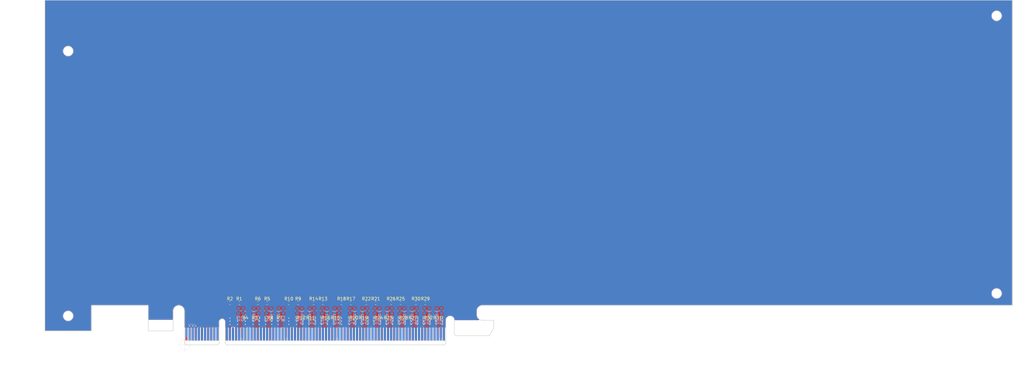
<source format=kicad_pcb>
(kicad_pcb (version 20241229) (generator "pcbnew") (generator_version "9.0")
  (title_block (title "PCIexpress_x16_full") (company "Author: Luca Anastasio"))
  (layers (0 "F.Cu" power) (4 "In1.Cu" power) (6 "In2.Cu" power) (2 "B.Cu" power) (13 "F.Paste" user) (15 "B.Paste" user) (5 "F.SilkS" user "F.Silkscreen") (7 "B.SilkS" user "B.Silkscreen") (1 "F.Mask" user) (3 "B.Mask" user) (25 "Edge.Cuts" user))
  (net 0 "")
  (net 1 "GND")
  (net 2 "Net-(J2-PadA50)")
  (net 3 "Net-(J2-PadB82)")
  (net 4 "Net-(J2-PadA33)")
  (net 5 "Net-(J2-PadA32)")
  (net 6 "Net-(J2-PadA19)")
  (net 7 "+12V")
  (net 8 "+3V3")
  (net 9 "+3.3VA")
  (net 10 "Net-(J2-PadB12)")
  (net 11 "Net-(J2-PadB30)")
  (net 12 "/PER0_P")
  (net 13 "/PER0_N")
  (net 14 "/PER1_P")
  (net 15 "/PER1_N")
  (net 16 "/PER2_P")
  (net 17 "/PER2_N")
  (net 18 "/PER3_P")
  (net 19 "/PER3_N")
  (net 20 "/PER4_P")
  (net 21 "/PER4_N")
  (net 22 "/PER5_P")
  (net 23 "/PER5_N")
  (net 24 "/PER6_P")
  (net 25 "/PER6_N")
  (net 26 "/PER7_P")
  (net 27 "/PER7_N")
  (net 28 "/PER8_P")
  (net 29 "/PER8_N")
  (net 30 "/PER9_P")
  (net 31 "/PER9_N")
  (net 32 "/PER10_P")
  (net 33 "/PER10_N")
  (net 34 "/PER11_P")
  (net 35 "/PER11_N")
  (net 36 "/PER12_P")
  (net 37 "/PER12_N")
  (net 38 "/PER13_P")
  (net 39 "/PER13_N")
  (net 40 "/PER14_P")
  (net 41 "/PER14_N")
  (net 42 "/PER15_P")
  (net 43 "/PER15_N")
  (net 44 "/~{PRSNT2x16}")
  (net 45 "/PET15_N")
  (net 46 "/PET15_P")
  (net 47 "/PET14_N")
  (net 48 "/PET14_P")
  (net 49 "/PET13_N")
  (net 50 "/PET13_P")
  (net 51 "/PET12_N")
  (net 52 "/PET12_P")
  (net 53 "/PET11_N")
  (net 54 "/PET11_P")
  (net 55 "/PET10_N")
  (net 56 "/PET10_P")
  (net 57 "/PET9_N")
  (net 58 "/PET9_P")
  (net 59 "/PET8_N")
  (net 60 "/PET8_P")
  (net 61 "/~{PRSNT2x8}")
  (net 62 "/PET7_N")
  (net 63 "/PET7_P")
  (net 64 "/PET6_N")
  (net 65 "/PET6_P")
  (net 66 "/PET5_N")
  (net 67 "/PET5_P")
  (net 68 "/PET4_N")
  (net 69 "/PET4_P")
  (net 70 "/~{PRSNT2x4}")
  (net 71 "/PET3_N")
  (net 72 "/PET3_P")
  (net 73 "/PET2_N")
  (net 74 "/PET2_P")
  (net 75 "/PET1_N")
  (net 76 "/PET1_P")
  (net 77 "/SMCLK")
  (net 78 "/SMDAT")
  (net 79 "/~{TRST}")
  (net 80 "/~{WAKE}")
  (net 81 "/PET0_P")
  (net 82 "/PET0_N")
  (net 83 "/~{PRSNT2x1}")
  (net 84 "/~{PRSNT1}")
  (net 85 "/TCK")
  (net 86 "/TDI")
  (net 87 "/TDO")
  (net 88 "/TMS")
  (net 89 "/~{PERST}")
  (net 90 "/REFCLK-")
  (net 91 "/REFCLK+")
  (net 92 "/PCIexpress_connector/_PER0_P")
  (net 93 "/PCIexpress_connector/_PER0_N")
  (net 94 "/PCIexpress_connector/_PER1_P")
  (net 95 "/PCIexpress_connector/_PER1_N")
  (net 96 "/PCIexpress_connector/_PER2_P")
  (net 97 "/PCIexpress_connector/_PER2_N")
  (net 98 "/PCIexpress_connector/_PER3_P")
  (net 99 "/PCIexpress_connector/_PER3_N")
  (net 100 "/PCIexpress_connector/_PER4_P")
  (net 101 "/PCIexpress_connector/_PER4_N")
  (net 102 "/PCIexpress_connector/_PER5_P")
  (net 103 "/PCIexpress_connector/_PER5_N")
  (net 104 "/PCIexpress_connector/_PER6_P")
  (net 105 "/PCIexpress_connector/_PER6_N")
  (net 106 "/PCIexpress_connector/_PER7_P")
  (net 107 "/PCIexpress_connector/_PER7_N")
  (net 108 "/PCIexpress_connector/_PER8_P")
  (net 109 "/PCIexpress_connector/_PER8_N")
  (net 110 "/PCIexpress_connector/_PER9_P")
  (net 111 "/PCIexpress_connector/_PER9_N")
  (net 112 "/PCIexpress_connector/_PER10_P")
  (net 113 "/PCIexpress_connector/_PER10_N")
  (net 114 "/PCIexpress_connector/_PER11_P")
  (net 115 "/PCIexpress_connector/_PER11_N")
  (net 116 "/PCIexpress_connector/_PER12_P")
  (net 117 "/PCIexpress_connector/_PER12_N")
  (net 118 "/PCIexpress_connector/_PER13_P")
  (net 119 "/PCIexpress_connector/_PER13_N")
  (net 120 "/PCIexpress_connector/_PER14_P")
  (net 121 "/PCIexpress_connector/_PER14_N")
  (net 122 "/PCIexpress_connector/_PER15_P")
  (net 123 "/PCIexpress_connector/_PER15_N")
  (footprint "PCIexpress:PCIexpress_bracket_full" (layer "F.Cu") (at 109.625 194.125)
    (property "Reference" "J1" (hide yes))
    (property "Value" "PCIexpress_bracket")
  )
  (footprint "PCIexpress:PCIexpress_x16" (layer "F.Cu") (at 109.625 194.125)
    (property "Reference" "J2" (hide yes))
    (property "Value" "PCIexpress_x16")
  )
  (footprint "Resistor_SMD:R_0603_1608Metric" (layer "F.Cu") (at 127.125 180.625)
    (property "Reference" "R1")
    (property "Value" "49.9")
  )
  (footprint "Resistor_SMD:R_0603_1608Metric" (layer "F.Cu") (at 124.125 180.625 180)
    (property "Reference" "R2")
    (property "Value" "49.9")
  )
  (footprint "Resistor_SMD:R_0603_1608Metric" (layer "F.Cu") (at 136.125 180.625)
    (property "Reference" "R5")
    (property "Value" "49.9")
  )
  (footprint "Resistor_SMD:R_0603_1608Metric" (layer "F.Cu") (at 133.125 180.625 180)
    (property "Reference" "R6")
    (property "Value" "49.9")
  )
  (footprint "Resistor_SMD:R_0603_1608Metric" (layer "F.Cu") (at 140.125 183.875)
    (property "Reference" "R7")
    (property "Value" "49.9")
  )
  (footprint "Resistor_SMD:R_0603_1608Metric" (layer "F.Cu") (at 137.125 183.875 180)
    (property "Reference" "R8")
    (property "Value" "49.9")
  )
  (footprint "Resistor_SMD:R_0603_1608Metric" (layer "F.Cu") (at 146.125 180.625)
    (property "Reference" "R9")
    (property "Value" "49.9")
  )
  (footprint "Resistor_SMD:R_0603_1608Metric" (layer "F.Cu") (at 143.125 180.625 180)
    (property "Reference" "R10")
    (property "Value" "49.9")
  )
  (footprint "Resistor_SMD:R_0603_1608Metric" (layer "F.Cu") (at 150.125 183.875)
    (property "Reference" "R11")
    (property "Value" "49.9")
  )
  (footprint "Resistor_SMD:R_0603_1608Metric" (layer "F.Cu") (at 147.125 183.875 180)
    (property "Reference" "R12")
    (property "Value" "49.9")
  )
  (footprint "Resistor_SMD:R_0603_1608Metric" (layer "F.Cu") (at 154.125 180.625)
    (property "Reference" "R13")
    (property "Value" "49.9")
  )
  (footprint "Resistor_SMD:R_0603_1608Metric" (layer "F.Cu") (at 151.125 180.625 180)
    (property "Reference" "R14")
    (property "Value" "49.9")
  )
  (footprint "Resistor_SMD:R_0603_1608Metric" (layer "F.Cu") (at 158.125 183.875)
    (property "Reference" "R15")
    (property "Value" "49.9")
  )
  (footprint "Resistor_SMD:R_0603_1608Metric" (layer "F.Cu") (at 155.125 183.875 180)
    (property "Reference" "R16")
    (property "Value" "49.9")
  )
  (footprint "Resistor_SMD:R_0603_1608Metric" (layer "F.Cu") (at 163.125 180.625)
    (property "Reference" "R17")
    (property "Value" "49.9")
  )
  (footprint "Resistor_SMD:R_0603_1608Metric" (layer "F.Cu") (at 167.125 183.875)
    (property "Reference" "R19")
    (property "Value" "49.9")
  )
  (footprint "Resistor_SMD:R_0603_1608Metric" (layer "F.Cu") (at 164.125 183.875 180)
    (property "Reference" "R20")
    (property "Value" "49.9")
  )
  (footprint "Resistor_SMD:R_0603_1608Metric" (layer "F.Cu") (at 171.125 180.625)
    (property "Reference" "R21")
    (property "Value" "49.9")
  )
  (footprint "Resistor_SMD:R_0603_1608Metric" (layer "F.Cu") (at 168.125 180.625 180)
    (property "Reference" "R22")
    (property "Value" "49.9")
  )
  (footprint "Resistor_SMD:R_0603_1608Metric" (layer "F.Cu") (at 175.125 183.875)
    (property "Reference" "R23")
    (property "Value" "49.9")
  )
  (footprint "Resistor_SMD:R_0603_1608Metric" (layer "F.Cu") (at 172.125 183.875 180)
    (property "Reference" "R24")
    (property "Value" "49.9")
  )
  (footprint "Resistor_SMD:R_0603_1608Metric" (layer "F.Cu") (at 179.135 180.625)
    (property "Reference" "R25")
    (property "Value" "49.9")
  )
  (footprint "Resistor_SMD:R_0603_1608Metric" (layer "F.Cu") (at 176.125 180.625 180)
    (property "Reference" "R26")
    (property "Value" "49.9")
  )
  (footprint "Resistor_SMD:R_0603_1608Metric" (layer "F.Cu") (at 183.125 183.875)
    (property "Reference" "R27")
    (property "Value" "49.9")
  )
  (footprint "Resistor_SMD:R_0603_1608Metric" (layer "F.Cu") (at 180.125 183.875 180)
    (property "Reference" "R28")
    (property "Value" "49.9")
  )
  (footprint "Resistor_SMD:R_0603_1608Metric" (layer "F.Cu") (at 187.125 180.625)
    (property "Reference" "R29")
    (property "Value" "49.9")
  )
  (footprint "Resistor_SMD:R_0603_1608Metric" (layer "F.Cu") (at 184.125 180.625 180)
    (property "Reference" "R30")
    (property "Value" "49.9")
  )
  (footprint "Resistor_SMD:R_0603_1608Metric" (layer "F.Cu") (at 191.125 183.875)
    (property "Reference" "R31")
    (property "Value" "49.9")
  )
  (footprint "Resistor_SMD:R_0603_1608Metric" (layer "F.Cu") (at 188.125 183.875 180)
    (property "Reference" "R32")
    (property "Value" "49.9")
  )
  (footprint "Resistor_SMD:R_0603_1608Metric" (layer "F.Cu") (at 160.125 180.625 180)
    (property "Reference" "R18")
    (property "Value" "49.9")
  )
  (footprint "Resistor_SMD:R_0603_1608Metric" (layer "F.Cu") (at 129.125 183.875 180)
    (property "Reference" "R4")
    (property "Value" "49.9")
  )
  (footprint "Resistor_SMD:R_0603_1608Metric" (layer "F.Cu") (at 132.125 183.875)
    (property "Reference" "R3")
    (property "Value" "49.9")
  )
  (footprint "Capacitor_SMD:C_0603_1608Metric" (layer "B.Cu") (at 126.875 183.125 -90)
    (property "Reference" "C1")
    (property "Value" "100n")
  )
  (footprint "Capacitor_SMD:C_0603_1608Metric" (layer "B.Cu") (at 128.375 183.125 90)
    (property "Reference" "C2")
    (property "Value" "100n")
  )
  (footprint "Capacitor_SMD:C_0603_1608Metric" (layer "B.Cu") (at 131.875 183.125 -90)
    (property "Reference" "C3")
    (property "Value" "100n")
  )
  (footprint "Capacitor_SMD:C_0603_1608Metric" (layer "B.Cu") (at 133.375 183.125 90)
    (property "Reference" "C4")
    (property "Value" "100n")
  )
  (footprint "Capacitor_SMD:C_0603_1608Metric" (layer "B.Cu") (at 135.875 183.125 -90)
    (property "Reference" "C5")
    (property "Value" "100n")
  )
  (footprint "Capacitor_SMD:C_0603_1608Metric" (layer "B.Cu") (at 137.375 183.125 90)
    (property "Reference" "C6")
    (property "Value" "100n")
  )
  (footprint "Capacitor_SMD:C_0603_1608Metric" (layer "B.Cu") (at 139.875 183.125 -90)
    (property "Reference" "C7")
    (property "Value" "100n")
  )
  (footprint "Capacitor_SMD:C_0603_1608Metric" (layer "B.Cu") (at 141.375 183.125 90)
    (property "Reference" "C8")
    (property "Value" "100n")
  )
  (footprint "Capacitor_SMD:C_0603_1608Metric" (layer "B.Cu") (at 145.875 183.125 -90)
    (property "Reference" "C9")
    (property "Value" "100n")
  )
  (footprint "Capacitor_SMD:C_0603_1608Metric" (layer "B.Cu") (at 147.375 183.125 90)
    (property "Reference" "C10")
    (property "Value" "100n")
  )
  (footprint "Capacitor_SMD:C_0603_1608Metric" (layer "B.Cu") (at 149.875 183.125 -90)
    (property "Reference" "C11")
    (property "Value" "100n")
  )
  (footprint "Capacitor_SMD:C_0603_1608Metric" (layer "B.Cu") (at 151.375 183.125 90)
    (property "Reference" "C12")
    (property "Value" "100n")
  )
  (footprint "Capacitor_SMD:C_0603_1608Metric" (layer "B.Cu") (at 155.375 183.125 90)
    (property "Reference" "C14")
    (property "Value" "100n")
  )
  (footprint "Capacitor_SMD:C_0603_1608Metric" (layer "B.Cu") (at 157.875 183.125 -90)
    (property "Reference" "C15")
    (property "Value" "100n")
  )
  (footprint "Capacitor_SMD:C_0603_1608Metric" (layer "B.Cu") (at 159.375 183.125 90)
    (property "Reference" "C16")
    (property "Value" "100n")
  )
  (footprint "Capacitor_SMD:C_0603_1608Metric" (layer "B.Cu") (at 162.875 183.125 -90)
    (property "Reference" "C17")
    (property "Value" "100n")
  )
  (footprint "Capacitor_SMD:C_0603_1608Metric" (layer "B.Cu") (at 164.375 183.125 90)
    (property "Reference" "C18")
    (property "Value" "100n")
  )
  (footprint "Capacitor_SMD:C_0603_1608Metric" (layer "B.Cu") (at 166.875 183.125 -90)
    (property "Reference" "C19")
    (property "Value" "100n")
  )
  (footprint "Capacitor_SMD:C_0603_1608Metric" (layer "B.Cu") (at 168.375 183.125 90)
    (property "Reference" "C20")
    (property "Value" "100n")
  )
  (footprint "Capacitor_SMD:C_0603_1608Metric" (layer "B.Cu") (at 170.875 183.125 -90)
    (property "Reference" "C21")
    (property "Value" "100n")
  )
  (footprint "Capacitor_SMD:C_0603_1608Metric" (layer "B.Cu") (at 172.375 183.125 90)
    (property "Reference" "C22")
    (property "Value" "100n")
  )
  (footprint "Capacitor_SMD:C_0603_1608Metric" (layer "B.Cu") (at 174.875 183.125 -90)
    (property "Reference" "C23")
    (property "Value" "100n")
  )
  (footprint "Capacitor_SMD:C_0603_1608Metric" (layer "B.Cu") (at 176.375 183.125 90)
    (property "Reference" "C24")
    (property "Value" "100n")
  )
  (footprint "Capacitor_SMD:C_0603_1608Metric" (layer "B.Cu") (at 178.875 183.125 -90)
    (property "Reference" "C25")
    (property "Value" "100n")
  )
  (footprint "Capacitor_SMD:C_0603_1608Metric" (layer "B.Cu") (at 180.375 183.125 90)
    (property "Reference" "C26")
    (property "Value" "100n")
  )
  (footprint "Capacitor_SMD:C_0603_1608Metric" (layer "B.Cu") (at 182.875 183.125 -90)
    (property "Reference" "C27")
    (property "Value" "100n")
  )
  (footprint "Capacitor_SMD:C_0603_1608Metric" (layer "B.Cu") (at 184.375 183.125 90)
    (property "Reference" "C28")
    (property "Value" "100n")
  )
  (footprint "Capacitor_SMD:C_0603_1608Metric" (layer "B.Cu") (at 186.875 183.125 -90)
    (property "Reference" "C29")
    (property "Value" "100n")
  )
  (footprint "Capacitor_SMD:C_0603_1608Metric" (layer "B.Cu") (at 188.375 183.125 90)
    (property "Reference" "C30")
    (property "Value" "100n")
  )
  (footprint "Capacitor_SMD:C_0603_1608Metric" (layer "B.Cu") (at 190.875 183.125 -90)
    (property "Reference" "C31")
    (property "Value" "100n")
  )
  (footprint "Capacitor_SMD:C_0603_1608Metric" (layer "B.Cu") (at 192.375 183.125 90)
    (property "Reference" "C32")
    (property "Value" "100n")
  )
  (footprint "Capacitor_SMD:C_0603_1608Metric" (layer "B.Cu") (at 153.875 183.125 -90)
    (property "Reference" "C13")
    (property "Value" "100n")
  )
  (gr_line (start 197.025 191.175) (end 207.825 191.175) (stroke (width 0.15)) (layer "Edge.Cuts"))
  (gr_arc (start 193.775 186.175) (mid 195.15 184.8) (end 196.525 186.175) (stroke (width 0.15)) (layer "Edge.Cuts"))
  (gr_line (start 376.4777 181.375) (end 376.475 82.975) (stroke (width 0.15)) (layer "Edge.Cuts"))
  (gr_arc (start 205.525 186.175) (mid 204.287563 185.662437) (end 203.775 184.425) (stroke (width 0.15)) (layer "Edge.Cuts"))
  (gr_line (start 193.775 193.625) (end 193.775 186.175) (stroke (width 0.15)) (layer "Edge.Cuts"))
  (gr_line (start 203.775 184.425) (end 203.775 183.125) (stroke (width 0.15)) (layer "Edge.Cuts"))
  (gr_line (start 376.475 82.975) (end 64.475 82.975) (stroke (width 0.15)) (layer "Edge.Cuts"))
  (gr_line (start 209.225 186.175) (end 205.525 186.175) (stroke (width 0.15)) (layer "Edge.Cuts"))
  (gr_circle (center 371.395 87.995) (end 372.995 87.995) (stroke (width 0.15)) (fill no) (layer "Edge.Cuts"))
  (gr_line (start 109.475 183.2) (end 109.475 193.625) (stroke (width 0.15)) (layer "Edge.Cuts"))
  (gr_arc (start 203.775 183.125) (mid 204.287563 181.887563) (end 205.525 181.375) (stroke (width 0.15)) (layer "Edge.Cuts"))
  (gr_line (start 120.175 194.125) (end 120.675 193.625) (stroke (width 0.15)) (layer "Edge.Cuts"))
  (gr_line (start 120.675 193.625) (end 120.675 186.675) (stroke (width 0.15)) (layer "Edge.Cuts"))
  (gr_line (start 196.525 186.175) (end 196.525 190.675) (stroke (width 0.15)) (layer "Edge.Cuts"))
  (gr_line (start 122.575 193.625) (end 123.075 194.125) (stroke (width 0.15)) (layer "Edge.Cuts"))
  (gr_line (start 97.825 181.375) (end 97.825 189.625) (stroke (width 0.15)) (layer "Edge.Cuts"))
  (gr_circle (center 71.975 99.375) (end 73.575 99.375) (stroke (width 0.15)) (fill no) (layer "Edge.Cuts"))
  (gr_line (start 209.225 188.625) (end 209.225 186.175) (stroke (width 0.15)) (layer "Edge.Cuts"))
  (gr_line (start 123.075 194.125) (end 193.275 194.125) (stroke (width 0.15)) (layer "Edge.Cuts"))
  (gr_line (start 122.575 186.675) (end 122.575 193.625) (stroke (width 0.15)) (layer "Edge.Cuts"))
  (gr_line (start 64.475 82.975) (end 64.475 189.625) (stroke (width 0.15)) (layer "Edge.Cuts"))
  (gr_line (start 205.525 181.375) (end 376.4777 181.375) (stroke (width 0.15)) (layer "Edge.Cuts"))
  (gr_line (start 105.825 189.625) (end 105.825 183.2) (stroke (width 0.15)) (layer "Edge.Cuts"))
  (gr_line (start 196.525 190.675) (end 197.025 191.175) (stroke (width 0.15)) (layer "Edge.Cuts"))
  (gr_line (start 193.275 194.125) (end 193.775 193.625) (stroke (width 0.15)) (layer "Edge.Cuts"))
  (gr_line (start 79.475 181.375) (end 97.825 181.375) (stroke (width 0.15)) (layer "Edge.Cuts"))
  (gr_line (start 79.475 189.625) (end 79.475 181.375) (stroke (width 0.15)) (layer "Edge.Cuts"))
  (gr_line (start 64.475 189.625) (end 79.475 189.625) (stroke (width 0.15)) (layer "Edge.Cuts"))
  (gr_line (start 109.975 194.125) (end 120.175 194.125) (stroke (width 0.15)) (layer "Edge.Cuts"))
  (gr_arc (start 120.675 186.675) (mid 121.625 185.725) (end 122.575 186.675) (stroke (width 0.15)) (layer "Edge.Cuts"))
  (gr_line (start 109.475 193.625) (end 109.975 194.125) (stroke (width 0.15)) (layer "Edge.Cuts"))
  (gr_line (start 97.825 189.625) (end 105.825 189.625) (stroke (width 0.15)) (layer "Edge.Cuts"))
  (gr_line (start 207.825 191.175) (end 209.225 188.625) (stroke (width 0.15)) (layer "Edge.Cuts"))
  (gr_circle (center 371.395 177.525) (end 372.995 177.525) (stroke (width 0.15)) (fill no) (layer "Edge.Cuts"))
  (gr_circle (center 71.975 184.775) (end 73.575 184.775) (stroke (width 0.15)) (fill no) (layer "Edge.Cuts"))
  (gr_arc (start 105.825 183.2) (mid 107.65 181.375) (end 109.475 183.2) (stroke (width 0.15)) (layer "Edge.Cuts"))
  (target plus (at 109.625 194.125) (size 5) (width 0.05) (layer "Edge.Cuts"))
  (segment (start 113.125 188.125) (end 113.125 188.125) (width 0.7) (layer "F.Cu") (net 1))
  (segment (start 113.125 190.625) (end 113.125 188) (width 0.7) (layer "F.Cu") (net 1))
  (via (at 186.625 185.5) (size 0.55) (drill 0.3) (layers "F.Cu" "B.Cu") (net 1))
  (via (at 188.625 185.5) (size 0.55) (drill 0.3) (layers "F.Cu" "B.Cu") (net 1))
  (via (at 166.625 185.5) (size 0.55) (drill 0.3) (layers "F.Cu" "B.Cu") (net 1))
  (via (at 124.125 185.5) (size 0.55) (drill 0.3) (layers "F.Cu" "B.Cu") (net 1))
  (via (at 143.125 185.5) (size 0.55) (drill 0.3) (layers "F.Cu" "B.Cu") (net 1))
  (via (at 162.625 185.5) (size 0.55) (drill 0.3) (layers "F.Cu" "B.Cu") (net 1))
  (via (at 157.625 185.5) (size 0.55) (drill 0.3) (layers "F.Cu" "B.Cu") (net 1))
  (via (at 135.625 185.5) (size 0.55) (drill 0.3) (layers "F.Cu" "B.Cu") (net 1))
  (via (at 139.625 185.5) (size 0.55) (drill 0.3) (layers "F.Cu" "B.Cu") (net 1))
  (via (at 178.625 185.5) (size 0.55) (drill 0.3) (layers "F.Cu" "B.Cu") (net 1))
  (via (at 133.625 185.5) (size 0.55) (drill 0.3) (layers "F.Cu" "B.Cu") (net 1))
  (via (at 129.125 185.5) (size 0.55) (drill 0.3) (layers "F.Cu" "B.Cu") (net 1))
  (via (at 155.625 185.5) (size 0.55) (drill 0.3) (layers "F.Cu" "B.Cu") (net 1))
  (via (at 149.625 185.5) (size 0.55) (drill 0.3) (layers "F.Cu" "B.Cu") (net 1))
  (via (at 147.625 185.5) (size 0.55) (drill 0.3) (layers "F.Cu" "B.Cu") (net 1))
  (via (at 180.625 185.5) (size 0.55) (drill 0.3) (layers "F.Cu" "B.Cu") (net 1))
  (via (at 164.625 185.5) (size 0.55) (drill 0.3) (layers "F.Cu" "B.Cu") (net 1))
  (via (at 145.625 185.5) (size 0.55) (drill 0.3) (layers "F.Cu" "B.Cu") (net 1))
  (via (at 184.625 185.5) (size 0.55) (drill 0.3) (layers "F.Cu" "B.Cu") (net 1))
  (via (at 182.625 185.5) (size 0.55) (drill 0.3) (layers "F.Cu" "B.Cu") (net 1))
  (via (at 190.625 185.5) (size 0.55) (drill 0.3) (layers "F.Cu" "B.Cu") (net 1))
  (via (at 192.625 185.5) (size 0.55) (drill 0.3) (layers "F.Cu" "B.Cu") (net 1))
  (via (at 174.625 185.5) (size 0.55) (drill 0.3) (layers "F.Cu" "B.Cu") (net 1))
  (via (at 160.125 185.5) (size 0.55) (drill 0.3) (layers "F.Cu" "B.Cu") (net 1))
  (via (at 151.625 185.5) (size 0.55) (drill 0.3) (layers "F.Cu" "B.Cu") (net 1))
  (via (at 153.625 185.5) (size 0.55) (drill 0.3) (layers "F.Cu" "B.Cu") (net 1))
  (via (at 176.625 185.5) (size 0.55) (drill 0.3) (layers "F.Cu" "B.Cu") (net 1))
  (via (at 170.625 185.5) (size 0.55) (drill 0.3) (layers "F.Cu" "B.Cu") (net 1))
  (via (at 172.625 185.5) (size 0.55) (drill 0.3) (layers "F.Cu" "B.Cu") (net 1))
  (via (at 126.625 185.5) (size 0.55) (drill 0.3) (layers "F.Cu" "B.Cu") (net 1))
  (via (at 131.625 185.5) (size 0.55) (drill 0.3) (layers "F.Cu" "B.Cu") (net 1))
  (via (at 137.625 185.5) (size 0.55) (drill 0.3) (layers "F.Cu" "B.Cu") (net 1))
  (via (at 168.625 185.5) (size 0.55) (drill 0.3) (layers "F.Cu" "B.Cu") (net 1))
  (via (at 162.625 186.5) (size 0.55) (drill 0.3) (layers "F.Cu" "B.Cu") (net 1))
  (via (at 192.625 186.5) (size 0.55) (drill 0.3) (layers "F.Cu" "B.Cu") (net 1))
  (via (at 182.625 187.5) (size 0.55) (drill 0.3) (layers "F.Cu" "B.Cu") (net 1))
  (via (at 168.625 187.5) (size 0.55) (drill 0.3) (layers "F.Cu" "B.Cu") (net 1))
  (via (at 186.625 186.5) (size 0.55) (drill 0.3) (layers "F.Cu" "B.Cu") (net 1))
  (via (at 135.625 187.5) (size 0.55) (drill 0.3) (layers "F.Cu" "B.Cu") (net 1))
  (via (at 131.625 186.5) (size 0.55) (drill 0.3) (layers "F.Cu" "B.Cu") (net 1))
  (via (at 174.625 187.5) (size 0.55) (drill 0.3) (layers "F.Cu" "B.Cu") (net 1))
  (via (at 149.625 187.5) (size 0.55) (drill 0.3) (layers "F.Cu" "B.Cu") (net 1))
  (via (at 129.125 186.5) (size 0.55) (drill 0.3) (layers "F.Cu" "B.Cu") (net 1))
  (via (at 186.625 187.5) (size 0.55) (drill 0.3) (layers "F.Cu" "B.Cu") (net 1))
  (via (at 149.625 186.5) (size 0.55) (drill 0.3) (layers "F.Cu" "B.Cu") (net 1))
  (via (at 129.125 187.5) (size 0.55) (drill 0.3) (layers "F.Cu" "B.Cu") (net 1))
  (via (at 137.625 187.5) (size 0.55) (drill 0.3) (layers "F.Cu" "B.Cu") (net 1))
  (via (at 124.125 186.5) (size 0.55) (drill 0.3) (layers "F.Cu" "B.Cu") (net 1))
  (via (at 164.625 186.5) (size 0.55) (drill 0.3) (layers "F.Cu" "B.Cu") (net 1))
  (via (at 172.625 187.5) (size 0.55) (drill 0.3) (layers "F.Cu" "B.Cu") (net 1))
  (via (at 113.125 188) (size 0.55) (drill 0.3) (layers "F.Cu" "B.Cu") (net 1))
  (via (at 190.625 187.5) (size 0.55) (drill 0.3) (layers "F.Cu" "B.Cu") (net 1))
  (via (at 170.625 187.5) (size 0.55) (drill 0.3) (layers "F.Cu" "B.Cu") (net 1))
  (via (at 157.625 186.5) (size 0.55) (drill 0.3) (layers "F.Cu" "B.Cu") (net 1))
  (via (at 176.625 186.5) (size 0.55) (drill 0.3) (layers "F.Cu" "B.Cu") (net 1))
  (via (at 188.625 186.5) (size 0.55) (drill 0.3) (layers "F.Cu" "B.Cu") (net 1))
  (via (at 166.625 187.5) (size 0.55) (drill 0.3) (layers "F.Cu" "B.Cu") (net 1))
  (via (at 155.625 186.5) (size 0.55) (drill 0.3) (layers "F.Cu" "B.Cu") (net 1))
  (via (at 139.625 187.5) (size 0.55) (drill 0.3) (layers "F.Cu" "B.Cu") (net 1))
  (via (at 176.625 187.5) (size 0.55) (drill 0.3) (layers "F.Cu" "B.Cu") (net 1))
  (via (at 153.625 187.5) (size 0.55) (drill 0.3) (layers "F.Cu" "B.Cu") (net 1))
  (via (at 157.625 187.5) (size 0.55) (drill 0.3) (layers "F.Cu" "B.Cu") (net 1))
  (via (at 147.625 186.5) (size 0.55) (drill 0.3) (layers "F.Cu" "B.Cu") (net 1))
  (via (at 178.625 187.5) (size 0.55) (drill 0.3) (layers "F.Cu" "B.Cu") (net 1))
  (via (at 133.625 187.5) (size 0.55) (drill 0.3) (layers "F.Cu" "B.Cu") (net 1))
  (via (at 126.625 187.5) (size 0.55) (drill 0.3) (layers "F.Cu" "B.Cu") (net 1))
  (via (at 145.625 187.5) (size 0.55) (drill 0.3) (layers "F.Cu" "B.Cu") (net 1))
  (via (at 180.625 186.5) (size 0.55) (drill 0.3) (layers "F.Cu" "B.Cu") (net 1))
  (via (at 155.625 187.5) (size 0.55) (drill 0.3) (layers "F.Cu" "B.Cu") (net 1))
  (via (at 153.625 186.5) (size 0.55) (drill 0.3) (layers "F.Cu" "B.Cu") (net 1))
  (via (at 160.125 186.5) (size 0.55) (drill 0.3) (layers "F.Cu" "B.Cu") (net 1))
  (via (at 160.125 187.5) (size 0.55) (drill 0.3) (layers "F.Cu" "B.Cu") (net 1))
  (via (at 151.625 186.5) (size 0.55) (drill 0.3) (layers "F.Cu" "B.Cu") (net 1))
  (via (at 139.625 186.5) (size 0.55) (drill 0.3) (layers "F.Cu" "B.Cu") (net 1))
  (via (at 137.625 186.5) (size 0.55) (drill 0.3) (layers "F.Cu" "B.Cu") (net 1))
  (via (at 151.625 187.5) (size 0.55) (drill 0.3) (layers "F.Cu" "B.Cu") (net 1))
  (via (at 168.625 186.5) (size 0.55) (drill 0.3) (layers "F.Cu" "B.Cu") (net 1))
  (via (at 131.625 187.5) (size 0.55) (drill 0.3) (layers "F.Cu" "B.Cu") (net 1))
  (via (at 192.625 187.5) (size 0.55) (drill 0.3) (layers "F.Cu" "B.Cu") (net 1))
  (via (at 124.125 187.5) (size 0.55) (drill 0.3) (layers "F.Cu" "B.Cu") (net 1))
  (via (at 147.625 187.5) (size 0.55) (drill 0.3) (layers "F.Cu" "B.Cu") (net 1))
  (via (at 184.625 187.5) (size 0.55) (drill 0.3) (layers "F.Cu" "B.Cu") (net 1))
  (via (at 174.625 186.5) (size 0.55) (drill 0.3) (layers "F.Cu" "B.Cu") (net 1))
  (via (at 190.625 186.5) (size 0.55) (drill 0.3) (layers "F.Cu" "B.Cu") (net 1))
  (via (at 178.625 186.5) (size 0.55) (drill 0.3) (layers "F.Cu" "B.Cu") (net 1))
  (via (at 172.625 186.5) (size 0.55) (drill 0.3) (layers "F.Cu" "B.Cu") (net 1))
  (via (at 135.625 186.5) (size 0.55) (drill 0.3) (layers "F.Cu" "B.Cu") (net 1))
  (via (at 188.625 187.5) (size 0.55) (drill 0.3) (layers "F.Cu" "B.Cu") (net 1))
  (via (at 164.625 187.5) (size 0.55) (drill 0.3) (layers "F.Cu" "B.Cu") (net 1))
  (via (at 170.625 186.5) (size 0.55) (drill 0.3) (layers "F.Cu" "B.Cu") (net 1))
  (via (at 180.625 187.5) (size 0.55) (drill 0.3) (layers "F.Cu" "B.Cu") (net 1))
  (via (at 145.625 186.5) (size 0.55) (drill 0.3) (layers "F.Cu" "B.Cu") (net 1))
  (via (at 143.125 186.5) (size 0.55) (drill 0.3) (layers "F.Cu" "B.Cu") (net 1))
  (via (at 166.625 186.5) (size 0.55) (drill 0.3) (layers "F.Cu" "B.Cu") (net 1))
  (via (at 184.625 186.5) (size 0.55) (drill 0.3) (layers "F.Cu" "B.Cu") (net 1))
  (via (at 182.625 186.5) (size 0.55) (drill 0.3) (layers "F.Cu" "B.Cu") (net 1))
  (via (at 162.625 187.5) (size 0.55) (drill 0.3) (layers "F.Cu" "B.Cu") (net 1))
  (via (at 133.625 186.5) (size 0.55) (drill 0.3) (layers "F.Cu" "B.Cu") (net 1))
  (via (at 126.625 186.5) (size 0.55) (drill 0.3) (layers "F.Cu" "B.Cu") (net 1))
  (via (at 143.125 187.5) (size 0.55) (drill 0.3) (layers "F.Cu" "B.Cu") (net 1))
  (segment (start 111.125 190.625) (end 111.125 188) (width 0.0889) (layer "F.Cu") (net 7))
  (via (at 112.125 188) (size 0.55) (drill 0.3) (layers "F.Cu" "B.Cu") (net 7))
  (via (at 111.125 188) (size 0.55) (drill 0.3) (layers "F.Cu" "B.Cu") (net 7))
  (segment (start 190.3375 184.5375) (end 190.3375 183.875) (width 0.2) (layer "F.Cu") (net 45))
  (segment (start 190.125 188.375) (end 189.825 188.075) (width 0.2) (layer "F.Cu") (net 45))
  (segment (start 189.825 188.075) (end 189.825 185.05) (width 0.2) (layer "F.Cu") (net 45))
  (segment (start 190.125 190.625) (end 190.125 188.375) (width 0.2) (layer "F.Cu") (net 45))
  (segment (start 189.825 185.05) (end 190.3375 184.5375) (width 0.2) (layer "F.Cu") (net 45))
  (segment (start 189.425 185.05) (end 188.9125 184.5375) (width 0.2) (layer "F.Cu") (net 46))
  (segment (start 189.125 188.375) (end 189.425 188.075) (width 0.2) (layer "F.Cu") (net 46))
  (segment (start 189.125 190.625) (end 189.125 188.375) (width 0.2) (layer "F.Cu") (net 46))
  (segment (start 188.9125 184.5375) (end 188.9125 183.875) (width 0.2) (layer "F.Cu") (net 46))
  (segment (start 189.425 188.075) (end 189.425 185.05) (width 0.2) (layer "F.Cu") (net 46))
  (segment (start 185.825 181.8) (end 185.825 188.075) (width 0.2) (layer "F.Cu") (net 47))
  (segment (start 185.825 188.075) (end 186.125 188.375) (width 0.2) (layer "F.Cu") (net 47))
  (segment (start 186.125 188.375) (end 186.125 190.625) (width 0.2) (layer "F.Cu") (net 47))
  (segment (start 186.3375 180.625) (end 186.3375 181.2875) (width 0.2) (layer "F.Cu") (net 47))
  (segment (start 186.3375 181.2875) (end 185.825 181.8) (width 0.2) (layer "F.Cu") (net 47))
  (segment (start 184.9125 180.625) (end 184.9125 181.26875) (width 0.2) (layer "F.Cu") (net 48))
  (segment (start 185.425 181.78125) (end 185.425 188.075) (width 0.2) (layer "F.Cu") (net 48))
  (segment (start 185.425 188.075) (end 185.125 188.375) (width 0.2) (layer "F.Cu") (net 48))
  (segment (start 185.125 188.375) (end 185.125 190.625) (width 0.2) (layer "F.Cu") (net 48))
  (segment (start 184.9125 181.26875) (end 185.425 181.78125) (width 0.2) (layer "F.Cu") (net 48))
  (segment (start 182.3375 184.5375) (end 182.3375 183.875) (width 0.2) (layer "F.Cu") (net 49))
  (segment (start 182.125 188.375) (end 181.825 188.075) (width 0.2) (layer "F.Cu") (net 49))
  (segment (start 182.125 190.625) (end 182.125 188.375) (width 0.2) (layer "F.Cu") (net 49))
  (segment (start 181.825 185.05) (end 182.3375 184.5375) (width 0.2) (layer "F.Cu") (net 49))
  (segment (start 181.825 188.075) (end 181.825 185.05) (width 0.2) (layer "F.Cu") (net 49))
  (segment (start 181.125 188.375) (end 181.425 188.075) (width 0.2) (layer "F.Cu") (net 50))
  (segment (start 180.9125 184.5375) (end 180.9125 183.875) (width 0.2) (layer "F.Cu") (net 50))
  (segment (start 181.425 185.05) (end 180.9125 184.5375) (width 0.2) (layer "F.Cu") (net 50))
  (segment (start 181.425 188.075) (end 181.425 185.05) (width 0.2) (layer "F.Cu") (net 50))
  (segment (start 181.125 190.625) (end 181.125 188.375) (width 0.2) (layer "F.Cu") (net 50))
  (segment (start 177.825 181.8) (end 177.825 188.075) (width 0.2) (layer "F.Cu") (net 51))
  (segment (start 178.3375 180.625) (end 178.3375 181.2875) (width 0.2) (layer "F.Cu") (net 51))
  (segment (start 178.125 188.375) (end 178.125 190.625) (width 0.2) (layer "F.Cu") (net 51))
  (segment (start 177.825 188.075) (end 178.125 188.375) (width 0.2) (layer "F.Cu") (net 51))
  (segment (start 178.3375 181.2875) (end 177.825 181.8) (width 0.2) (layer "F.Cu") (net 51))
  (segment (start 176.9125 180.625) (end 176.9125 181.26875) (width 0.2) (layer "F.Cu") (net 52))
  (segment (start 177.425 188.075) (end 177.125 188.375) (width 0.2) (layer "F.Cu") (net 52))
  (segment (start 177.125 188.375) (end 177.125 190.625) (width 0.2) (layer "F.Cu") (net 52))
  (segment (start 176.9125 181.26875) (end 177.425 181.78125) (width 0.2) (layer "F.Cu") (net 52))
  (segment (start 177.425 181.78125) (end 177.425 188.075) (width 0.2) (layer "F.Cu") (net 52))
  (segment (start 174.125 190.625) (end 174.125 188.375) (width 0.2) (layer "F.Cu") (net 53))
  (segment (start 173.825 188.075) (end 173.825 185.05) (width 0.2) (layer "F.Cu") (net 53))
  (segment (start 174.125 188.375) (end 173.825 188.075) (width 0.2) (layer "F.Cu") (net 53))
  (segment (start 173.825 185.05) (end 174.3375 184.5375) (width 0.2) (layer "F.Cu") (net 53))
  (segment (start 174.3375 184.5375) (end 174.3375 183.875) (width 0.2) (layer "F.Cu") (net 53))
  (segment (start 173.125 190.625) (end 173.125 188.375) (width 0.2) (layer "F.Cu") (net 54))
  (segment (start 173.425 185.05) (end 172.9125 184.5375) (width 0.2) (layer "F.Cu") (net 54))
  (segment (start 172.9125 184.5375) (end 172.9125 183.875) (width 0.2) (layer "F.Cu") (net 54))
  (segment (start 173.125 188.375) (end 173.425 188.075) (width 0.2) (layer "F.Cu") (net 54))
  (segment (start 173.425 188.075) (end 173.425 185.05) (width 0.2) (layer "F.Cu") (net 54))
  (segment (start 170.3375 181.2875) (end 169.825 181.8) (width 0.2) (layer "F.Cu") (net 55))
  (segment (start 169.825 181.8) (end 169.825 188.075) (width 0.2) (layer "F.Cu") (net 55))
  (segment (start 169.825 188.075) (end 170.125 188.375) (width 0.2) (layer "F.Cu") (net 55))
  (segment (start 170.125 188.375) (end 170.125 190.625) (width 0.2) (layer "F.Cu") (net 55))
  (segment (start 170.3375 180.625) (end 170.3375 181.2875) (width 0.2) (layer "F.Cu") (net 55))
  (segment (start 169.125 188.375) (end 169.125 190.625) (width 0.2) (layer "F.Cu") (net 56))
  (segment (start 168.9125 180.625) (end 168.9125 181.26875) (width 0.2) (layer "F.Cu") (net 56))
  (segment (start 169.425 181.78125) (end 169.425 188.075) (width 0.2) (layer "F.Cu") (net 56))
  (segment (start 169.425 188.075) (end 169.125 188.375) (width 0.2) (layer "F.Cu") (net 56))
  (segment (start 168.9125 181.26875) (end 169.425 181.78125) (width 0.2) (layer "F.Cu") (net 56))
  (segment (start 166.125 190.625) (end 166.125 188.375) (width 0.2) (layer "F.Cu") (net 57))
  (segment (start 166.125 188.375) (end 165.825 188.075) (width 0.2) (layer "F.Cu") (net 57))
  (segment (start 165.825 188.075) (end 165.825 185.05) (width 0.2) (layer "F.Cu") (net 57))
  (segment (start 166.3375 184.5375) (end 166.3375 183.875) (width 0.2) (layer "F.Cu") (net 57))
  (segment (start 165.825 185.05) (end 166.3375 184.5375) (width 0.2) (layer "F.Cu") (net 57))
  (segment (start 165.425 185.05) (end 164.9125 184.5375) (width 0.2) (layer "F.Cu") (net 58))
  (segment (start 165.125 188.375) (end 165.425 188.075) (width 0.2) (layer "F.Cu") (net 58))
  (segment (start 164.9125 184.5375) (end 164.9125 183.875) (width 0.2) (layer "F.Cu") (net 58))
  (segment (start 165.125 190.625) (end 165.125 188.375) (width 0.2) (layer "F.Cu") (net 58))
  (segment (start 165.425 188.075) (end 165.425 185.05) (width 0.2) (layer "F.Cu") (net 58))
  (segment (start 162.3375 180.625) (end 162.3375 181.2875) (width 0.2) (layer "F.Cu") (net 59))
  (segment (start 162.3375 181.2875) (end 161.825 181.8) (width 0.2) (layer "F.Cu") (net 59))
  (segment (start 161.825 188.075) (end 162.125 188.375) (width 0.2) (layer "F.Cu") (net 59))
  (segment (start 162.125 188.375) (end 162.125 190.625) (width 0.2) (layer "F.Cu") (net 59))
  (segment (start 161.825 181.8) (end 161.825 188.075) (width 0.2) (layer "F.Cu") (net 59))
  (segment (start 161.125 188.375) (end 161.125 190.625) (width 0.2) (layer "F.Cu") (net 60))
  (segment (start 160.9125 181.26875) (end 161.425 181.78125) (width 0.2) (layer "F.Cu") (net 60))
  (segment (start 160.9125 180.625) (end 160.9125 181.26875) (width 0.2) (layer "F.Cu") (net 60))
  (segment (start 161.425 181.78125) (end 161.425 188.075) (width 0.2) (layer "F.Cu") (net 60))
  (segment (start 161.425 188.075) (end 161.125 188.375) (width 0.2) (layer "F.Cu") (net 60))
  (segment (start 156.825 188.075) (end 156.825 185.05) (width 0.2) (layer "F.Cu") (net 62))
  (segment (start 157.125 188.375) (end 156.825 188.075) (width 0.2) (layer "F.Cu") (net 62))
  (segment (start 157.3375 184.5375) (end 157.3375 183.875) (width 0.2) (layer "F.Cu") (net 62))
  (segment (start 156.825 185.05) (end 157.3375 184.5375) (width 0.2) (layer "F.Cu") (net 62))
  (segment (start 157.125 190.625) (end 157.125 188.375) (width 0.2) (layer "F.Cu") (net 62))
  (segment (start 156.125 190.625) (end 156.125 188.375) (width 0.2) (layer "F.Cu") (net 63))
  (segment (start 155.9125 184.5375) (end 155.9125 183.875) (width 0.2) (layer "F.Cu") (net 63))
  (segment (start 156.125 188.375) (end 156.425 188.075) (width 0.2) (layer "F.Cu") (net 63))
  (segment (start 156.425 185.05) (end 155.9125 184.5375) (width 0.2) (layer "F.Cu") (net 63))
  (segment (start 156.425 188.075) (end 156.425 185.05) (width 0.2) (layer "F.Cu") (net 63))
  (segment (start 153.3375 181.2875) (end 152.825 181.8) (width 0.2) (layer "F.Cu") (net 64))
  (segment (start 153.125 188.375) (end 153.125 190.625) (width 0.2) (layer "F.Cu") (net 64))
  (segment (start 152.825 188.075) (end 153.125 188.375) (width 0.2) (layer "F.Cu") (net 64))
  (segment (start 153.3375 180.625) (end 153.3375 181.2875) (width 0.2) (layer "F.Cu") (net 64))
  (segment (start 152.825 181.8) (end 152.825 188.075) (width 0.2) (layer "F.Cu") (net 64))
  (segment (start 151.9125 180.625) (end 151.9125 181.26875) (width 0.2) (layer "F.Cu") (net 65))
  (segment (start 151.9125 181.26875) (end 152.425 181.78125) (width 0.2) (layer "F.Cu") (net 65))
  (segment (start 152.425 181.78125) (end 152.425 188.075) (width 0.2) (layer "F.Cu") (net 65))
  (segment (start 152.425 188.075) (end 152.125 188.375) (width 0.2) (layer "F.Cu") (net 65))
  (segment (start 152.125 188.375) (end 152.125 190.625) (width 0.2) (layer "F.Cu") (net 65))
  (segment (start 149.3375 184.5375) (end 149.3375 183.875) (width 0.2) (layer "F.Cu") (net 66))
  (segment (start 148.825 185.05) (end 149.3375 184.5375) (width 0.2) (layer "F.Cu") (net 66))
  (segment (start 148.825 188.075) (end 148.825 185.05) (width 0.2) (layer "F.Cu") (net 66))
  (segment (start 149.125 188.375) (end 148.825 188.075) (width 0.2) (layer "F.Cu") (net 66))
  (segment (start 149.125 190.625) (end 149.125 188.375) (width 0.2) (layer "F.Cu") (net 66))
  (segment (start 148.125 190.625) (end 148.125 188.375) (width 0.2) (layer "F.Cu") (net 67))
  (segment (start 148.425 188.075) (end 148.425 185.05) (width 0.2) (layer "F.Cu") (net 67))
  (segment (start 148.125 188.375) (end 148.425 188.075) (width 0.2) (layer "F.Cu") (net 67))
  (segment (start 148.425 185.05) (end 147.9125 184.5375) (width 0.2) (layer "F.Cu") (net 67))
  (segment (start 147.9125 184.5375) (end 147.9125 183.875) (width 0.2) (layer "F.Cu") (net 67))
  (segment (start 144.825 188.075) (end 145.125 188.375) (width 0.2) (layer "F.Cu") (net 68))
  (segment (start 145.3375 181.2875) (end 144.825 181.8) (width 0.2) (layer "F.Cu") (net 68))
  (segment (start 145.125 188.375) (end 145.125 190.625) (width 0.2) (layer "F.Cu") (net 68))
  (segment (start 145.3375 180.625) (end 145.3375 181.2875) (width 0.2) (layer "F.Cu") (net 68))
  (segment (start 144.825 181.8) (end 144.825 188.075) (width 0.2) (layer "F.Cu") (net 68))
  (segment (start 143.9125 181.26875) (end 144.425 181.78125) (width 0.2) (layer "F.Cu") (net 69))
  (segment (start 144.425 181.78125) (end 144.425 188.075) (width 0.2) (layer "F.Cu") (net 69))
  (segment (start 144.125 188.375) (end 144.125 190.625) (width 0.2) (layer "F.Cu") (net 69))
  (segment (start 143.9125 180.625) (end 143.9125 181.26875) (width 0.2) (layer "F.Cu") (net 69))
  (segment (start 144.425 188.075) (end 144.125 188.375) (width 0.2) (layer "F.Cu") (net 69))
  (segment (start 139.125 188.375) (end 138.825 188.075) (width 0.2) (layer "F.Cu") (net 71))
  (segment (start 139.3375 184.5375) (end 139.3375 183.875) (width 0.2) (layer "F.Cu") (net 71))
  (segment (start 139.125 190.625) (end 139.125 188.375) (width 0.2) (layer "F.Cu") (net 71))
  (segment (start 138.825 185.05) (end 139.3375 184.5375) (width 0.2) (layer "F.Cu") (net 71))
  (segment (start 138.825 188.075) (end 138.825 185.05) (width 0.2) (layer "F.Cu") (net 71))
  (segment (start 137.9125 184.5375) (end 137.9125 183.875) (width 0.2) (layer "F.Cu") (net 72))
  (segment (start 138.125 188.375) (end 138.425 188.075) (width 0.2) (layer "F.Cu") (net 72))
  (segment (start 138.425 185.05) (end 137.9125 184.5375) (width 0.2) (layer "F.Cu") (net 72))
  (segment (start 138.425 188.075) (end 138.425 185.05) (width 0.2) (layer "F.Cu") (net 72))
  (segment (start 138.125 190.625) (end 138.125 188.375) (width 0.2) (layer "F.Cu") (net 72))
  (segment (start 135.125 188.375) (end 135.125 190.625) (width 0.2) (layer "F.Cu") (net 73))
  (segment (start 135.3375 181.2875) (end 134.825 181.8) (width 0.2) (layer "F.Cu") (net 73))
  (segment (start 134.825 181.8) (end 134.825 188.075) (width 0.2) (layer "F.Cu") (net 73))
  (segment (start 134.825 188.075) (end 135.125 188.375) (width 0.2) (layer "F.Cu") (net 73))
  (segment (start 135.3375 180.625) (end 135.3375 181.2875) (width 0.2) (layer "F.Cu") (net 73))
  (segment (start 134.425 188.075) (end 134.125 188.375) (width 0.2) (layer "F.Cu") (net 74))
  (segment (start 133.9125 180.625) (end 133.9125 181.26875) (width 0.2) (layer "F.Cu") (net 74))
  (segment (start 134.425 181.78125) (end 134.425 188.075) (width 0.2) (layer "F.Cu") (net 74))
  (segment (start 133.9125 181.26875) (end 134.425 181.78125) (width 0.2) (layer "F.Cu") (net 74))
  (segment (start 134.125 188.375) (end 134.125 190.625) (width 0.2) (layer "F.Cu") (net 74))
  (segment (start 130.825 185.05) (end 131.3375 184.5375) (width 0.2) (layer "F.Cu") (net 75))
  (segment (start 131.125 188.375) (end 130.825 188.075) (width 0.2) (layer "F.Cu") (net 75))
  (segment (start 131.3375 184.5375) (end 131.3375 183.875) (width 0.2) (layer "F.Cu") (net 75))
  (segment (start 131.125 190.625) (end 131.125 188.375) (width 0.2) (layer "F.Cu") (net 75))
  (segment (start 130.825 188.075) (end 130.825 185.05) (width 0.2) (layer "F.Cu") (net 75))
  (segment (start 130.125 190.625) (end 130.125 188.375) (width 0.2) (layer "F.Cu") (net 76))
  (segment (start 130.125 188.375) (end 130.425 188.075) (width 0.2) (layer "F.Cu") (net 76))
  (segment (start 130.425 185.05) (end 129.9125 184.5375) (width 0.2) (layer "F.Cu") (net 76))
  (segment (start 130.425 188.075) (end 130.425 185.05) (width 0.2) (layer "F.Cu") (net 76))
  (segment (start 129.9125 184.5375) (end 129.9125 183.875) (width 0.2) (layer "F.Cu") (net 76))
  (segment (start 125.125 188.375) (end 125.425 188.075) (width 0.2) (layer "F.Cu") (net 81))
  (segment (start 125.425 181.78125) (end 124.9125 181.26875) (width 0.2) (layer "F.Cu") (net 81))
  (segment (start 125.125 190.625) (end 125.125 188.375) (width 0.2) (layer "F.Cu") (net 81))
  (segment (start 125.425 188.075) (end 125.425 181.78125) (width 0.2) (layer "F.Cu") (net 81))
  (segment (start 124.9125 181.26875) (end 124.9125 180.625) (width 0.2) (layer "F.Cu") (net 81))
  (segment (start 125.825 181.8) (end 126.3375 181.2875) (width 0.2) (layer "F.Cu") (net 82))
  (segment (start 126.125 188.375) (end 125.825 188.075) (width 0.2) (layer "F.Cu") (net 82))
  (segment (start 125.825 188.075) (end 125.825 181.8) (width 0.2) (layer "F.Cu") (net 82))
  (segment (start 126.125 190.625) (end 126.125 188.375) (width 0.2) (layer "F.Cu") (net 82))
  (segment (start 126.3375 181.2875) (end 126.3375 180.625) (width 0.2) (layer "F.Cu") (net 82))
  (segment (start 126.875 183.9125) (end 126.875 184.5) (width 0.2) (layer "B.Cu") (net 92))
  (segment (start 127.125 188.375) (end 127.125 190.625) (width 0.2) (layer "B.Cu") (net 92))
  (segment (start 127.425 185.05) (end 127.425 188.075) (width 0.2) (layer "B.Cu") (net 92))
  (segment (start 126.875 184.5) (end 127.425 185.05) (width 0.2) (layer "B.Cu") (net 92))
  (segment (start 127.425 188.075) (end 127.125 188.375) (width 0.2) (layer "B.Cu") (net 92))
  (segment (start 128.375 183.9125) (end 128.375 184.5) (width 0.2) (layer "B.Cu") (net 93))
  (segment (start 128.375 184.5) (end 127.825 185.05) (width 0.2) (layer "B.Cu") (net 93))
  (segment (start 127.825 185.05) (end 127.825 188.075) (width 0.2) (layer "B.Cu") (net 93))
  (segment (start 127.825 188.075) (end 128.125 188.375) (width 0.2) (layer "B.Cu") (net 93))
  (segment (start 128.125 188.375) (end 128.125 190.625) (width 0.2) (layer "B.Cu") (net 93))
  (segment (start 132.425 188.075) (end 132.125 188.375) (width 0.2) (layer "B.Cu") (net 94))
  (segment (start 132.425 185.05) (end 132.425 188.075) (width 0.2) (layer "B.Cu") (net 94))
  (segment (start 131.875 184.5) (end 132.425 185.05) (width 0.2) (layer "B.Cu") (net 94))
  (segment (start 132.125 188.375) (end 132.125 190.625) (width 0.2) (layer "B.Cu") (net 94))
  (segment (start 131.875 183.9125) (end 131.875 184.5) (width 0.2) (layer "B.Cu") (net 94))
  (segment (start 133.125 188.375) (end 133.125 190.625) (width 0.2) (layer "B.Cu") (net 95))
  (segment (start 132.825 185.05) (end 132.825 188.075) (width 0.2) (layer "B.Cu") (net 95))
  (segment (start 133.375 184.5) (end 132.825 185.05) (width 0.2) (layer "B.Cu") (net 95))
  (segment (start 133.375 183.9125) (end 133.375 184.5) (width 0.2) (layer "B.Cu") (net 95))
  (segment (start 132.825 188.075) (end 133.125 188.375) (width 0.2) (layer "B.Cu") (net 95))
  (segment (start 136.425 188.075) (end 136.125 188.375) (width 0.2) (layer "B.Cu") (net 96))
  (segment (start 136.425 185.05) (end 136.425 188.075) (width 0.2) (layer "B.Cu") (net 96))
  (segment (start 135.875 184.5) (end 136.425 185.05) (width 0.2) (layer "B.Cu") (net 96))
  (segment (start 136.125 188.375) (end 136.125 190.625) (width 0.2) (layer "B.Cu") (net 96))
  (segment (start 135.875 183.9125) (end 135.875 184.5) (width 0.2) (layer "B.Cu") (net 96))
  (segment (start 137.125 188.375) (end 137.125 190.625) (width 0.2) (layer "B.Cu") (net 97))
  (segment (start 136.825 185.05) (end 136.825 188.075) (width 0.2) (layer "B.Cu") (net 97))
  (segment (start 137.375 184.5) (end 136.825 185.05) (width 0.2) (layer "B.Cu") (net 97))
  (segment (start 137.375 183.9125) (end 137.375 184.5) (width 0.2) (layer "B.Cu") (net 97))
  (segment (start 136.825 188.075) (end 137.125 188.375) (width 0.2) (layer "B.Cu") (net 97))
  (segment (start 139.875 184.5) (end 140.425 185.05) (width 0.2) (layer "B.Cu") (net 98))
  (segment (start 139.875 183.9125) (end 139.875 184.5) (width 0.2) (layer "B.Cu") (net 98))
  (segment (start 140.425 188.075) (end 140.125 188.375) (width 0.2) (layer "B.Cu") (net 98))
  (segment (start 140.125 188.375) (end 140.125 190.625) (width 0.2) (layer "B.Cu") (net 98))
  (segment (start 140.425 185.05) (end 140.425 188.075) (width 0.2) (layer "B.Cu") (net 98))
  (segment (start 140.825 185.05) (end 140.825 188.075) (width 0.2) (layer "B.Cu") (net 99))
  (segment (start 140.825 188.075) (end 141.125 188.375) (width 0.2) (layer "B.Cu") (net 99))
  (segment (start 141.125 188.375) (end 141.125 190.625) (width 0.2) (layer "B.Cu") (net 99))
  (segment (start 141.375 183.9125) (end 141.375 184.5) (width 0.2) (layer "B.Cu") (net 99))
  (segment (start 141.375 184.5) (end 140.825 185.05) (width 0.2) (layer "B.Cu") (net 99))
  (segment (start 146.125 188.375) (end 146.125 190.625) (width 0.2) (layer "B.Cu") (net 100))
  (segment (start 146.425 188.075) (end 146.125 188.375) (width 0.2) (layer "B.Cu") (net 100))
  (segment (start 145.875 184.5) (end 146.425 185.05) (width 0.2) (layer "B.Cu") (net 100))
  (segment (start 145.875 183.9125) (end 145.875 184.5) (width 0.2) (layer "B.Cu") (net 100))
  (segment (start 146.425 185.05) (end 146.425 188.075) (width 0.2) (layer "B.Cu") (net 100))
  (segment (start 147.375 184.5) (end 146.825 185.05) (width 0.2) (layer "B.Cu") (net 101))
  (segment (start 147.125 188.375) (end 147.125 190.625) (width 0.2) (layer "B.Cu") (net 101))
  (segment (start 147.375 183.9125) (end 147.375 184.5) (width 0.2) (layer "B.Cu") (net 101))
  (segment (start 146.825 188.075) (end 147.125 188.375) (width 0.2) (layer "B.Cu") (net 101))
  (segment (start 146.825 185.05) (end 146.825 188.075) (width 0.2) (layer "B.Cu") (net 101))
  (segment (start 149.875 183.9125) (end 149.875 184.5) (width 0.2) (layer "B.Cu") (net 102))
  (segment (start 150.425 188.075) (end 150.125 188.375) (width 0.2) (layer "B.Cu") (net 102))
  (segment (start 149.875 184.5) (end 150.425 185.05) (width 0.2) (layer "B.Cu") (net 102))
  (segment (start 150.425 185.05) (end 150.425 188.075) (width 0.2) (layer "B.Cu") (net 102))
  (segment (start 150.125 188.375) (end 150.125 190.625) (width 0.2) (layer "B.Cu") (net 102))
  (segment (start 151.125 188.375) (end 151.125 190.625) (width 0.2) (layer "B.Cu") (net 103))
  (segment (start 151.375 184.5) (end 150.825 185.05) (width 0.2) (layer "B.Cu") (net 103))
  (segment (start 150.825 188.075) (end 151.125 188.375) (width 0.2) (layer "B.Cu") (net 103))
  (segment (start 150.825 185.05) (end 150.825 188.075) (width 0.2) (layer "B.Cu") (net 103))
  (segment (start 151.375 183.9125) (end 151.375 184.5) (width 0.2) (layer "B.Cu") (net 103))
  (segment (start 153.875 183.9125) (end 153.875 184.5) (width 0.2) (layer "B.Cu") (net 104))
  (segment (start 154.425 188.075) (end 154.125 188.375) (width 0.2) (layer "B.Cu") (net 104))
  (segment (start 154.425 185.05) (end 154.425 188.075) (width 0.2) (layer "B.Cu") (net 104))
  (segment (start 153.875 184.5) (end 154.425 185.05) (width 0.2) (layer "B.Cu") (net 104))
  (segment (start 154.125 188.375) (end 154.125 190.625) (width 0.2) (layer "B.Cu") (net 104))
  (segment (start 155.375 184.5) (end 154.825 185.05) (width 0.2) (layer "B.Cu") (net 105))
  (segment (start 155.125 188.375) (end 155.125 190.625) (width 0.2) (layer "B.Cu") (net 105))
  (segment (start 154.825 188.075) (end 155.125 188.375) (width 0.2) (layer "B.Cu") (net 105))
  (segment (start 154.825 185.05) (end 154.825 188.075) (width 0.2) (layer "B.Cu") (net 105))
  (segment (start 155.375 183.9125) (end 155.375 184.5) (width 0.2) (layer "B.Cu") (net 105))
  (segment (start 157.875 183.9125) (end 157.875 184.5) (width 0.2) (layer "B.Cu") (net 106))
  (segment (start 158.425 185.05) (end 158.425 188.075) (width 0.2) (layer "B.Cu") (net 106))
  (segment (start 157.875 184.5) (end 158.425 185.05) (width 0.2) (layer "B.Cu") (net 106))
  (segment (start 158.125 188.375) (end 158.125 190.625) (width 0.2) (layer "B.Cu") (net 106))
  (segment (start 158.425 188.075) (end 158.125 188.375) (width 0.2) (layer "B.Cu") (net 106))
  (segment (start 159.375 184.5) (end 158.825 185.05) (width 0.2) (layer "B.Cu") (net 107))
  (segment (start 159.375 183.9125) (end 159.375 184.5) (width 0.2) (layer "B.Cu") (net 107))
  (segment (start 159.125 188.375) (end 159.125 190.625) (width 0.2) (layer "B.Cu") (net 107))
  (segment (start 158.825 188.075) (end 159.125 188.375) (width 0.2) (layer "B.Cu") (net 107))
  (segment (start 158.825 185.05) (end 158.825 188.075) (width 0.2) (layer "B.Cu") (net 107))
  (segment (start 163.125 188.375) (end 163.125 190.625) (width 0.2) (layer "B.Cu") (net 108))
  (segment (start 163.425 188.075) (end 163.125 188.375) (width 0.2) (layer "B.Cu") (net 108))
  (segment (start 162.875 183.9125) (end 162.875 184.5) (width 0.2) (layer "B.Cu") (net 108))
  (segment (start 162.875 184.5) (end 163.425 185.05) (width 0.2) (layer "B.Cu") (net 108))
  (segment (start 163.425 185.05) (end 163.425 188.075) (width 0.2) (layer "B.Cu") (net 108))
  (segment (start 163.825 185.05) (end 163.825 188.075) (width 0.2) (layer "B.Cu") (net 109))
  (segment (start 164.375 183.9125) (end 164.375 184.5) (width 0.2) (layer "B.Cu") (net 109))
  (segment (start 163.825 188.075) (end 164.125 188.375) (width 0.2) (layer "B.Cu") (net 109))
  (segment (start 164.125 188.375) (end 164.125 190.625) (width 0.2) (layer "B.Cu") (net 109))
  (segment (start 164.375 184.5) (end 163.825 185.05) (width 0.2) (layer "B.Cu") (net 109))
  (segment (start 167.425 185.05) (end 167.425 188.075) (width 0.2) (layer "B.Cu") (net 110))
  (segment (start 166.875 183.9125) (end 166.875 184.5) (width 0.2) (layer "B.Cu") (net 110))
  (segment (start 167.425 188.075) (end 167.125 188.375) (width 0.2) (layer "B.Cu") (net 110))
  (segment (start 166.875 184.5) (end 167.425 185.05) (width 0.2) (layer "B.Cu") (net 110))
  (segment (start 167.125 188.375) (end 167.125 190.625) (width 0.2) (layer "B.Cu") (net 110))
  (segment (start 167.825 185.05) (end 167.825 188.075) (width 0.2) (layer "B.Cu") (net 111))
  (segment (start 168.375 184.5) (end 167.825 185.05) (width 0.2) (layer "B.Cu") (net 111))
  (segment (start 167.825 188.075) (end 168.125 188.375) (width 0.2) (layer "B.Cu") (net 111))
  (segment (start 168.125 188.375) (end 168.125 190.625) (width 0.2) (layer "B.Cu") (net 111))
  (segment (start 168.375 183.9125) (end 168.375 184.5) (width 0.2) (layer "B.Cu") (net 111))
  (segment (start 171.425 188.075) (end 171.125 188.375) (width 0.2) (layer "B.Cu") (net 112))
  (segment (start 170.875 184.5) (end 171.425 185.05) (width 0.2) (layer "B.Cu") (net 112))
  (segment (start 170.875 183.9125) (end 170.875 184.5) (width 0.2) (layer "B.Cu") (net 112))
  (segment (start 171.425 185.05) (end 171.425 188.075) (width 0.2) (layer "B.Cu") (net 112))
  (segment (start 171.125 188.375) (end 171.125 190.625) (width 0.2) (layer "B.Cu") (net 112))
  (segment (start 172.125 188.375) (end 172.125 190.625) (width 0.2) (layer "B.Cu") (net 113))
  (segment (start 172.375 183.9125) (end 172.375 184.5) (width 0.2) (layer "B.Cu") (net 113))
  (segment (start 172.375 184.5) (end 171.825 185.05) (width 0.2) (layer "B.Cu") (net 113))
  (segment (start 171.825 185.05) (end 171.825 188.075) (width 0.2) (layer "B.Cu") (net 113))
  (segment (start 171.825 188.075) (end 172.125 188.375) (width 0.2) (layer "B.Cu") (net 113))
  (segment (start 175.425 188.075) (end 175.125 188.375) (width 0.2) (layer "B.Cu") (net 114))
  (segment (start 175.125 188.375) (end 175.125 190.625) (width 0.2) (layer "B.Cu") (net 114))
  (segment (start 175.425 185.05) (end 175.425 188.075) (width 0.2) (layer "B.Cu") (net 114))
  (segment (start 174.875 184.5) (end 175.425 185.05) (width 0.2) (layer "B.Cu") (net 114))
  (segment (start 174.875 183.9125) (end 174.875 184.5) (width 0.2) (layer "B.Cu") (net 114))
  (segment (start 175.825 188.075) (end 176.125 188.375) (width 0.2) (layer "B.Cu") (net 115))
  (segment (start 175.825 185.05) (end 175.825 188.075) (width 0.2) (layer "B.Cu") (net 115))
  (segment (start 176.375 184.5) (end 175.825 185.05) (width 0.2) (layer "B.Cu") (net 115))
  (segment (start 176.125 188.375) (end 176.125 190.625) (width 0.2) (layer "B.Cu") (net 115))
  (segment (start 176.375 183.9125) (end 176.375 184.5) (width 0.2) (layer "B.Cu") (net 115))
  (segment (start 179.125 188.375) (end 179.125 190.625) (width 0.2) (layer "B.Cu") (net 116))
  (segment (start 179.425 188.075) (end 179.125 188.375) (width 0.2) (layer "B.Cu") (net 116))
  (segment (start 179.425 185.05) (end 179.425 188.075) (width 0.2) (layer "B.Cu") (net 116))
  (segment (start 178.875 184.5) (end 179.425 185.05) (width 0.2) (layer "B.Cu") (net 116))
  (segment (start 178.875 183.9125) (end 178.875 184.5) (width 0.2) (layer "B.Cu") (net 116))
  (segment (start 180.125 188.375) (end 180.125 190.625) (width 0.2) (layer "B.Cu") (net 117))
  (segment (start 180.375 184.5) (end 179.825 185.05) (width 0.2) (layer "B.Cu") (net 117))
  (segment (start 180.375 183.9125) (end 180.375 184.5) (width 0.2) (layer "B.Cu") (net 117))
  (segment (start 179.825 188.075) (end 180.125 188.375) (width 0.2) (layer "B.Cu") (net 117))
  (segment (start 179.825 185.05) (end 179.825 188.075) (width 0.2) (layer "B.Cu") (net 117))
  (segment (start 182.875 183.9125) (end 182.875 184.5) (width 0.2) (layer "B.Cu") (net 118))
  (segment (start 182.875 184.5) (end 183.425 185.05) (width 0.2) (layer "B.Cu") (net 118))
  (segment (start 183.425 188.075) (end 183.125 188.375) (width 0.2) (layer "B.Cu") (net 118))
  (segment (start 183.425 185.05) (end 183.425 188.075) (width 0.2) (layer "B.Cu") (net 118))
  (segment (start 183.125 188.375) (end 183.125 190.625) (width 0.2) (layer "B.Cu") (net 118))
  (segment (start 183.825 188.075) (end 184.125 188.375) (width 0.2) (layer "B.Cu") (net 119))
  (segment (start 184.125 188.375) (end 184.125 190.625) (width 0.2) (layer "B.Cu") (net 119))
  (segment (start 184.375 184.5) (end 183.825 185.05) (width 0.2) (layer "B.Cu") (net 119))
  (segment (start 184.375 183.9125) (end 184.375 184.5) (width 0.2) (layer "B.Cu") (net 119))
  (segment (start 183.825 185.05) (end 183.825 188.075) (width 0.2) (layer "B.Cu") (net 119))
  (segment (start 186.875 184.5) (end 187.425 185.05) (width 0.2) (layer "B.Cu") (net 120))
  (segment (start 187.125 188.375) (end 187.125 190.625) (width 0.2) (layer "B.Cu") (net 120))
  (segment (start 187.425 185.05) (end 187.425 188.075) (width 0.2) (layer "B.Cu") (net 120))
  (segment (start 186.875 183.9125) (end 186.875 184.5) (width 0.2) (layer "B.Cu") (net 120))
  (segment (start 187.425 188.075) (end 187.125 188.375) (width 0.2) (layer "B.Cu") (net 120))
  (segment (start 188.125 188.375) (end 188.125 190.625) (width 0.2) (layer "B.Cu") (net 121))
  (segment (start 187.825 185.05) (end 187.825 188.075) (width 0.2) (layer "B.Cu") (net 121))
  (segment (start 188.375 184.5) (end 187.825 185.05) (width 0.2) (layer "B.Cu") (net 121))
  (segment (start 188.375 183.9125) (end 188.375 184.5) (width 0.2) (layer "B.Cu") (net 121))
  (segment (start 187.825 188.075) (end 188.125 188.375) (width 0.2) (layer "B.Cu") (net 121))
  (segment (start 190.875 183.9125) (end 190.875 184.5) (width 0.2) (layer "B.Cu") (net 122))
  (segment (start 191.425 185.05) (end 191.425 188.075) (width 0.2) (layer "B.Cu") (net 122))
  (segment (start 191.425 188.075) (end 191.125 188.375) (width 0.2) (layer "B.Cu") (net 122))
  (segment (start 190.875 184.5) (end 191.425 185.05) (width 0.2) (layer "B.Cu") (net 122))
  (segment (start 191.125 188.375) (end 191.125 190.625) (width 0.2) (layer "B.Cu") (net 122))
  (segment (start 191.825 185.05) (end 191.825 188.075) (width 0.2) (layer "B.Cu") (net 123))
  (segment (start 192.125 188.375) (end 192.125 190.625) (width 0.2) (layer "B.Cu") (net 123))
  (segment (start 192.375 184.5) (end 191.825 185.05) (width 0.2) (layer "B.Cu") (net 123))
  (segment (start 192.375 183.9125) (end 192.375 184.5) (width 0.2) (layer "B.Cu") (net 123))
  (segment (start 191.825 188.075) (end 192.125 188.375) (width 0.2) (layer "B.Cu") (net 123))
  (zone (net 7) (net_name "+12V") (layer "F.Cu") (priority 2) (connect_pads thru_hole_only (clearance 0)) (min_thickness 0.25) (fill yes (thermal_gap 0.508) (thermal_bridge_width 0.508))
    (polygon (pts (xy 112.625 188.526) (xy 109.375 188.526) (xy 109.375 187.5) (xy 112.625 187.5)))
  )
  (zone (net 1) (net_name "GND") (layer "F.Cu") (connect_pads thru_hole_only (clearance 0)) (min_thickness 0.25) (fill yes (thermal_gap 0.508) (thermal_bridge_width 0.508))
    (polygon (pts (xy 64.5 83) (xy 376.5 83) (xy 376.5 181.375) (xy 205.5 181.375) (xy 205.5 186.125) (xy 193.75 186.125) (xy 193.75 188.525) (xy 109.375 188.525) (xy 109.375 183.25) (xy 105.875 183.25) (xy 105.875 186) (xy 97.75 186) (xy 97.75 181.375) (xy 79.5 181.375) (xy 79.5 189.625) (xy 64.5 189.625)))
  )
  (zone (net 0) (net_name "") (layers "F.Cu" "B.Cu" "In1.Cu" "In2.Cu") (connect_pads (clearance 0)) (min_thickness 0.254)
    (keepout (tracks not_allowed) (vias not_allowed) (pads allowed) (copperpour not_allowed) (footprints allowed))
    (fill (thermal_gap 0.508) (thermal_bridge_width 0.508))
    (polygon (pts (xy 97.825 186.125) (xy 105.825 186.125) (xy 105.825 189.625) (xy 97.825 189.625)))
  )
  (zone (net 0) (net_name "") (layers "F.Cu" "B.Cu" "In1.Cu" "In2.Cu") (connect_pads (clearance 0)) (min_thickness 0.254)
    (keepout (tracks not_allowed) (vias not_allowed) (pads allowed) (copperpour not_allowed) (footprints allowed))
    (fill (thermal_gap 0.508) (thermal_bridge_width 0.508))
    (polygon (pts (xy 196.525 186.175) (xy 209.225 186.175) (xy 209.225 188.625) (xy 207.825 191.175) (xy 197.025 191.175) (xy 196.525 190.675)))
  )
  (zone (net 7) (net_name "+12V") (layer "B.Cu") (priority 2) (connect_pads thru_hole_only (clearance 0)) (min_thickness 0.25) (fill yes (thermal_gap 0.508) (thermal_bridge_width 0.508))
    (polygon (pts (xy 112.625 188.526) (xy 110.625 188.526) (xy 110.625 187.5) (xy 112.625 187.5)))
  )
  (zone (net 1) (net_name "GND") (layer "B.Cu") (connect_pads thru_hole_only (clearance 0)) (min_thickness 0.25) (fill yes (thermal_gap 0.508) (thermal_bridge_width 0.508))
    (polygon (pts (xy 64.5 83) (xy 376.5 83) (xy 376.5 181.375) (xy 205.5 181.375) (xy 205.5 186.125) (xy 193.75 186.125) (xy 193.75 188.525) (xy 109.375 188.525) (xy 109.375 183.25) (xy 105.875 183.25) (xy 105.875 186) (xy 97.75 186) (xy 97.75 181.375) (xy 79.5 181.375) (xy 79.5 189.625) (xy 64.5 189.625)))
  )
)
</source>
